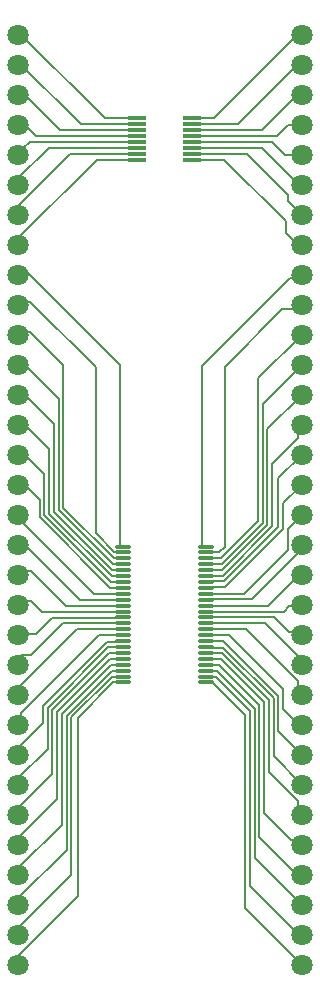
<source format=gtl>
G04*
G04 #@! TF.GenerationSoftware,Altium Limited,Altium Designer,23.11.1 (41)*
G04*
G04 Layer_Physical_Order=1*
G04 Layer_Color=255*
%FSLAX44Y44*%
%MOMM*%
G71*
G04*
G04 #@! TF.SameCoordinates,11E07B4A-1F4E-4BC8-8AC4-A4D7A99C9414*
G04*
G04*
G04 #@! TF.FilePolarity,Positive*
G04*
G01*
G75*
%ADD12C,0.2000*%
%ADD13R,1.5500X0.3500*%
G04:AMPARAMS|DCode=14|XSize=0.3mm|YSize=1.37mm|CornerRadius=0.075mm|HoleSize=0mm|Usage=FLASHONLY|Rotation=90.000|XOffset=0mm|YOffset=0mm|HoleType=Round|Shape=RoundedRectangle|*
%AMROUNDEDRECTD14*
21,1,0.3000,1.2200,0,0,90.0*
21,1,0.1500,1.3700,0,0,90.0*
1,1,0.1500,0.6100,0.0750*
1,1,0.1500,0.6100,-0.0750*
1,1,0.1500,-0.6100,-0.0750*
1,1,0.1500,-0.6100,0.0750*
%
%ADD14ROUNDEDRECTD14*%
%ADD18C,1.8000*%
G36*
X161846Y226623D02*
X161857Y226612D01*
X161902Y226590D01*
X161935Y226556D01*
X161924Y226501D01*
X161769Y226523D01*
X161736Y226556D01*
X161758Y226623D01*
X161835Y226634D01*
X161846Y226623D01*
D02*
G37*
G36*
X145889Y226612D02*
X145900Y226556D01*
X145867Y226523D01*
X145823Y226501D01*
X145801D01*
X145701Y226512D01*
X145723Y226579D01*
X145757Y226612D01*
X145845Y226634D01*
X145889Y226612D01*
D02*
G37*
G36*
X163284Y121349D02*
X163262Y120951D01*
X163207Y120873D01*
X163173Y120884D01*
X163195Y121305D01*
X163240Y121371D01*
X163251Y121382D01*
X163284Y121349D01*
D02*
G37*
G36*
X164589Y106155D02*
X164567Y105712D01*
X164478Y105558D01*
X164445Y105547D01*
X164434Y105558D01*
X164423Y105569D01*
X164412Y105956D01*
X164500Y106111D01*
X164556Y106166D01*
X164589Y106155D01*
D02*
G37*
G36*
X143268Y105646D02*
X143313Y105535D01*
X143335Y105447D01*
X143313Y105160D01*
X143302Y105148D01*
X143280D01*
X143235Y105171D01*
X143180Y105314D01*
X143202Y105668D01*
X143235Y105679D01*
X143268Y105646D01*
D02*
G37*
G36*
X164345Y105226D02*
X164368Y105137D01*
X164345Y104960D01*
X164334Y104949D01*
X164323Y104938D01*
X164301Y104872D01*
X164268Y104861D01*
X164235Y104983D01*
X164257Y105226D01*
X164312Y105259D01*
X164345Y105226D01*
D02*
G37*
G36*
X143512Y104651D02*
X143534Y104562D01*
X143490Y104385D01*
X143479Y104374D01*
X143446Y104408D01*
X143423Y104496D01*
X143446Y104717D01*
Y104739D01*
X143479Y104750D01*
X143512Y104651D01*
D02*
G37*
G36*
X164102Y104319D02*
X164080Y104120D01*
X164069Y104109D01*
X164036Y104209D01*
Y104275D01*
X164047Y104286D01*
X164069Y104330D01*
X164102Y104319D01*
D02*
G37*
D12*
X254433Y675404D02*
G03*
X254514Y675126I11567J3196D01*
G01*
X264930Y633200D02*
X266000D01*
X252730Y642620D02*
X266000Y629350D01*
Y627800D02*
Y629350D01*
X252730Y642620D02*
Y652780D01*
X200380Y705130D02*
X252730Y652780D01*
X173250Y705130D02*
X200380D01*
X262938Y635191D02*
X264930Y633200D01*
X254514Y670046D02*
Y675126D01*
X219708Y710130D02*
X254433Y675404D01*
X173250Y710130D02*
X219708D01*
X262195Y661335D02*
X266000Y657530D01*
Y653200D02*
Y657530D01*
X262195Y661335D02*
Y662365D01*
X254514Y670046D02*
X262195Y662365D01*
X26000Y232200D02*
X26754D01*
X28745Y234191D01*
Y237025D01*
X94220Y302500D01*
X115000D01*
X26000Y29000D02*
Y31080D01*
X76200Y81280D01*
Y232410D02*
X106290Y262500D01*
X76200Y81280D02*
Y232410D01*
X262360Y811000D02*
X266000D01*
X173250Y740130D02*
X191490D01*
X262360Y811000D01*
Y785600D02*
X266000D01*
X173250Y735130D02*
X211890D01*
X262360Y785600D01*
X78940Y735130D02*
X126750D01*
X26000Y788070D02*
X78940Y735130D01*
X26000Y788070D02*
Y791000D01*
X99340Y740130D02*
X126750D01*
X26000Y813470D02*
X99340Y740130D01*
X26000Y813470D02*
Y816400D01*
X36291Y584739D02*
X91440Y529590D01*
Y388907D02*
X107347Y373000D01*
X91440Y388907D02*
Y529590D01*
X29062Y584739D02*
X36291D01*
X52204Y405515D02*
X105219Y352500D01*
X56204Y407172D02*
X105376Y358000D01*
X60204Y408829D02*
X106033Y363000D01*
X26000Y562400D02*
X28870Y559530D01*
X26000Y460800D02*
X48204Y438596D01*
X28870Y559530D02*
X36100D01*
X48204Y403858D02*
Y438596D01*
X52204Y405515D02*
Y459996D01*
X64204Y410486D02*
X106690Y368000D01*
X26000Y537000D02*
X60204Y502796D01*
X44204Y402202D02*
Y417196D01*
X26000Y435400D02*
X44204Y417196D01*
X56204Y407172D02*
Y481396D01*
X36100Y559530D02*
X64204Y531426D01*
X48204Y403858D02*
X104563Y347500D01*
X26000Y511600D02*
X56204Y481396D01*
X60204Y408829D02*
Y502796D01*
X64204Y410486D02*
Y531426D01*
X44204Y402202D02*
X103906Y342500D01*
X26000Y486200D02*
X52204Y459996D01*
X200660Y376841D02*
Y529558D01*
X249472Y578370D01*
X196319Y372500D02*
X200660Y376841D01*
X249472Y578370D02*
X257640D01*
X181610Y530797D02*
X255821Y605008D01*
X181672Y378000D02*
Y380828D01*
X181610Y380890D02*
X181672Y380828D01*
X181610Y380890D02*
Y530797D01*
X182172Y377500D02*
X185000D01*
X181672Y378000D02*
X182172Y377500D01*
X263208Y605008D02*
X266000Y607800D01*
X255821Y605008D02*
X263208D01*
X111760Y378000D02*
Y531323D01*
X29883Y613200D02*
X111760Y531323D01*
X26000Y613200D02*
X29883D01*
X111760Y378000D02*
X112260Y377500D01*
X115000D01*
X185000Y372500D02*
X196319D01*
X185500Y363000D02*
X198133D01*
X232980Y397847D02*
Y498580D01*
X198133Y363000D02*
X232980Y397847D01*
X198790Y358000D02*
X236980Y396190D01*
X185500Y353000D02*
X199446D01*
X185500Y368000D02*
X197476D01*
X185500Y343000D02*
X200760D01*
X240980Y394534D02*
Y447351D01*
X250000Y392240D02*
Y414000D01*
X246000Y393897D02*
Y435400D01*
X200760Y343000D02*
X250000Y392240D01*
X185500Y348000D02*
X200103D01*
X197476Y368000D02*
X228980Y399504D01*
Y519980D01*
X236980Y396190D02*
Y477180D01*
X200103Y348000D02*
X246000Y393897D01*
X199446Y353000D02*
X240980Y394534D01*
X185500Y358000D02*
X198790D01*
X257640Y578370D02*
X261670Y582400D01*
X266000D01*
X26000Y587800D02*
X29062Y584739D01*
X26000Y666080D02*
X70050Y710130D01*
X26000Y664000D02*
Y666080D01*
X70050Y710130D02*
X126750D01*
X26000Y638600D02*
X92530Y705130D01*
X126750D01*
X173250Y715130D02*
X232290D01*
X263420Y684000D02*
X266000D01*
X232290Y715130D02*
X263420Y684000D01*
X173250Y720130D02*
X240976D01*
X251706Y709400D01*
X266000D01*
X173250Y725130D02*
X245070D01*
X254740Y734800D02*
X266000D01*
X245070Y725130D02*
X254740Y734800D01*
X232290Y730130D02*
X262360Y760200D01*
X173250Y730130D02*
X232290D01*
X262360Y760200D02*
X266000D01*
X51730Y715130D02*
X126750D01*
X26000Y689400D02*
X51730Y715130D01*
X30330Y714800D02*
X35660Y720130D01*
X126750D01*
X26000Y714800D02*
X30330D01*
X26000Y740200D02*
X41070Y725130D01*
X126750D01*
X61470Y730130D02*
X126750D01*
X26000Y765600D02*
X61470Y730130D01*
X185000Y302500D02*
X204230D01*
X250190Y256540D01*
X199531Y297500D02*
X246190Y250840D01*
X185000Y297500D02*
X199531D01*
X185500Y292000D02*
X199374D01*
X242190Y249184D01*
X218190Y71410D02*
Y234660D01*
X190350Y262500D02*
X218190Y234660D01*
X246190Y221210D02*
Y250840D01*
X194090Y272000D02*
X226190Y239900D01*
X234190Y151890D02*
X256955Y129125D01*
X222190Y90230D02*
X263420Y49000D01*
X230190Y131760D02*
X262150Y99800D01*
X226190Y114210D02*
X266000Y74400D01*
X238190Y186839D02*
X262938Y162091D01*
X198217Y287500D02*
X238190Y247527D01*
X196210Y277500D02*
X230190Y243520D01*
X242190Y199810D02*
X266000Y176000D01*
X197560Y282500D02*
X234190Y245870D01*
X250190Y240030D02*
X263420Y226800D01*
X234190Y151890D02*
Y245870D01*
X246190Y221210D02*
X266000Y201400D01*
X238190Y186839D02*
Y247527D01*
X226190Y114210D02*
Y239900D01*
X250190Y240030D02*
Y256540D01*
X193433Y267000D02*
X222190Y238243D01*
X230190Y131760D02*
Y243520D01*
X242190Y199810D02*
Y249184D01*
X222190Y90230D02*
Y238243D01*
X218190Y71410D02*
X266000Y23600D01*
X262150Y99800D02*
X266000D01*
X261670Y125200D02*
X266000D01*
X256955Y129125D02*
X257745D01*
X261670Y125200D01*
X185000Y262500D02*
X190350D01*
X185000Y292500D02*
X185500Y292000D01*
X66200Y327500D02*
X115000D01*
X36735Y356965D02*
X66200Y327500D01*
X26000Y359200D02*
X28235Y356965D01*
X36735D01*
X63580Y312500D02*
X115000D01*
X26000Y283000D02*
X28445Y285445D01*
X36525D01*
X63580Y312500D01*
X45800Y322500D02*
X115000D01*
X28330Y331470D02*
X36830D01*
X26000Y333800D02*
X28330Y331470D01*
X36830D02*
X45800Y322500D01*
X114500Y317000D02*
X115000Y317500D01*
X108004Y317000D02*
X114500D01*
X108004Y317000D02*
X108004Y317000D01*
X54343Y317000D02*
X108004D01*
X40873Y303530D02*
X54343Y317000D01*
X35172Y303530D02*
X40873D01*
X30302Y308400D02*
X35172Y303530D01*
X26000Y308400D02*
X30302D01*
X28480Y399510D02*
X90490Y337500D01*
X115000D01*
X26000Y410000D02*
X28480Y407520D01*
Y399510D02*
Y407520D01*
X185000Y337500D02*
X216850D01*
X254000Y374650D02*
Y392600D01*
X216850Y337500D02*
X254000Y374650D01*
X266000Y375220D02*
Y379200D01*
X191996Y333000D02*
X223780D01*
X266000Y375220D01*
X237330Y327500D02*
X263630Y353800D01*
X185000Y327500D02*
X237330D01*
X263630Y353800D02*
X266000D01*
X264102Y304898D02*
X266000Y303000D01*
X242570Y317500D02*
X255172Y304898D01*
X185000Y317500D02*
X242570D01*
X255172Y304898D02*
X264102D01*
X234992Y312500D02*
X266000Y281492D01*
X234992Y312500D02*
Y312500D01*
Y312500D02*
X234992Y312500D01*
X266000Y277600D02*
Y281492D01*
X234992Y312500D02*
X234992D01*
X234992Y312500D02*
X234992Y312500D01*
X185000Y312500D02*
X190850D01*
X234992Y312500D01*
X263420Y226800D02*
X266000D01*
X185000Y307500D02*
X219130D01*
X262938Y263691D01*
Y255261D02*
Y263691D01*
Y255261D02*
X266000Y252200D01*
X185000Y322500D02*
X250865D01*
X264407Y326807D02*
X266000Y328400D01*
X255172Y326807D02*
X264407D01*
X250865Y322500D02*
X255172Y326807D01*
X262938Y153661D02*
X266000Y150600D01*
X185000Y287500D02*
X198217D01*
X185000Y282500D02*
X197560D01*
X185500Y272000D02*
X194090D01*
X262938Y153661D02*
Y162091D01*
X185000Y277500D02*
X196210D01*
X185500Y267000D02*
X193433D01*
X240980Y447351D02*
X262938Y469309D01*
X236980Y477180D02*
X266000Y506200D01*
X232980Y498580D02*
X266000Y531600D01*
X228980Y519980D02*
X266000Y557000D01*
X246000Y435400D02*
X266000Y455400D01*
X254000Y392600D02*
X266000Y404600D01*
X250000Y414000D02*
X266000Y430000D01*
X191996Y333000D02*
X191996Y333000D01*
X185000Y332500D02*
X185500Y333000D01*
X191996D01*
X185000Y347500D02*
X185500Y348000D01*
X185000Y342500D02*
X185500Y343000D01*
X185000Y352500D02*
X185500Y353000D01*
X262938Y469309D02*
Y477738D01*
X266000Y480800D01*
X185000Y362500D02*
X185500Y363000D01*
X185000Y367500D02*
X185500Y368000D01*
X185000Y357500D02*
X185500Y358000D01*
X185000Y267500D02*
X185500Y267000D01*
X263420Y49000D02*
X266000D01*
X185000Y272500D02*
X185500Y272000D01*
X54930Y184930D02*
Y239424D01*
X104319Y277500D02*
X115000D01*
X50930Y206330D02*
Y241081D01*
X102349Y292500D02*
X115000D01*
X62930Y236110D02*
X104319Y277500D01*
X50930Y241081D02*
X102349Y292500D01*
X102936Y287431D02*
X114931D01*
X46930Y227730D02*
Y242738D01*
X54930Y239424D02*
X102936Y287431D01*
X66930Y234454D02*
X104976Y272500D01*
X46930Y242738D02*
X101192Y297000D01*
X58930Y237767D02*
X103663Y282500D01*
X104976Y272500D02*
X115000D01*
X103663Y282500D02*
X115000D01*
X101192Y297000D02*
X108004D01*
X58930Y163530D02*
Y237767D01*
X62930Y142130D02*
Y236110D01*
X114500Y297000D02*
X115000Y297500D01*
X108004Y297000D02*
X108004Y297000D01*
X114500D01*
X105150Y267017D02*
X114517D01*
X66930Y120730D02*
Y234454D01*
X26000Y156000D02*
X54930Y184930D01*
X26000Y206800D02*
X46930Y227730D01*
X70930Y99330D02*
Y232797D01*
X26000Y181400D02*
X50930Y206330D01*
X26000Y130600D02*
X58930Y163530D01*
X70930Y232797D02*
X105150Y267017D01*
X106290Y262500D02*
X115000D01*
X26000Y54400D02*
X70930Y99330D01*
X114517Y267017D02*
X115000Y267500D01*
X26000Y79800D02*
X66930Y120730D01*
X26000Y105200D02*
X62930Y142130D01*
X75900Y307500D02*
X115000D01*
X26000Y257600D02*
X75900Y307500D01*
X114931Y287431D02*
X115000Y287500D01*
X26000Y384600D02*
X78100Y332500D01*
X115000D01*
X103906Y342500D02*
X115000D01*
X104563Y347500D02*
X115000D01*
X105219Y352500D02*
X115000D01*
X105376Y358000D02*
X114500D01*
X115000Y357500D01*
X106033Y363000D02*
X114500D01*
X115000Y362500D01*
X106690Y368000D02*
X114500D01*
X115000Y367500D01*
X107347Y373000D02*
X114500D01*
X115000Y372500D01*
D13*
X126750Y740130D02*
D03*
Y735130D02*
D03*
Y730130D02*
D03*
Y725130D02*
D03*
Y720130D02*
D03*
Y715130D02*
D03*
Y710130D02*
D03*
Y705130D02*
D03*
X173250Y740130D02*
D03*
Y735130D02*
D03*
Y730130D02*
D03*
Y725130D02*
D03*
Y720130D02*
D03*
Y715130D02*
D03*
Y710130D02*
D03*
Y705130D02*
D03*
D14*
X115000Y377500D02*
D03*
Y372500D02*
D03*
Y367500D02*
D03*
Y362500D02*
D03*
Y357500D02*
D03*
Y352500D02*
D03*
Y347500D02*
D03*
Y342500D02*
D03*
Y337500D02*
D03*
Y332500D02*
D03*
Y327500D02*
D03*
Y322500D02*
D03*
Y317500D02*
D03*
Y312500D02*
D03*
Y307500D02*
D03*
Y302500D02*
D03*
Y297500D02*
D03*
Y292500D02*
D03*
Y287500D02*
D03*
Y282500D02*
D03*
Y277500D02*
D03*
Y272500D02*
D03*
Y267500D02*
D03*
Y262500D02*
D03*
X185000Y377500D02*
D03*
Y372500D02*
D03*
Y367500D02*
D03*
Y362500D02*
D03*
Y357500D02*
D03*
Y352500D02*
D03*
Y347500D02*
D03*
Y342500D02*
D03*
Y337500D02*
D03*
Y332500D02*
D03*
Y327500D02*
D03*
Y322500D02*
D03*
Y317500D02*
D03*
Y312500D02*
D03*
Y307500D02*
D03*
Y302500D02*
D03*
Y297500D02*
D03*
Y292500D02*
D03*
Y287500D02*
D03*
Y282500D02*
D03*
Y277500D02*
D03*
Y272500D02*
D03*
Y267500D02*
D03*
Y262500D02*
D03*
D18*
X266000Y785600D02*
D03*
Y633200D02*
D03*
Y658600D02*
D03*
Y811000D02*
D03*
Y709400D02*
D03*
Y734800D02*
D03*
Y760200D02*
D03*
Y684000D02*
D03*
X26000Y455400D02*
D03*
Y379200D02*
D03*
Y404600D02*
D03*
Y430000D02*
D03*
Y328400D02*
D03*
Y480800D02*
D03*
Y506200D02*
D03*
Y531600D02*
D03*
Y557000D02*
D03*
Y582400D02*
D03*
Y607800D02*
D03*
Y353800D02*
D03*
Y150600D02*
D03*
Y74400D02*
D03*
Y99800D02*
D03*
Y125200D02*
D03*
Y23600D02*
D03*
Y176000D02*
D03*
Y201400D02*
D03*
Y226800D02*
D03*
Y252200D02*
D03*
Y277600D02*
D03*
Y303000D02*
D03*
Y49000D02*
D03*
Y760200D02*
D03*
Y684000D02*
D03*
Y709400D02*
D03*
Y734800D02*
D03*
Y633200D02*
D03*
Y785600D02*
D03*
Y811000D02*
D03*
Y658600D02*
D03*
X266000Y582400D02*
D03*
Y328400D02*
D03*
Y353800D02*
D03*
Y379200D02*
D03*
Y404600D02*
D03*
Y430000D02*
D03*
Y455400D02*
D03*
Y607800D02*
D03*
Y506200D02*
D03*
Y531600D02*
D03*
Y557000D02*
D03*
Y480800D02*
D03*
Y277600D02*
D03*
Y23600D02*
D03*
Y49000D02*
D03*
Y74400D02*
D03*
Y99800D02*
D03*
Y125200D02*
D03*
Y150600D02*
D03*
Y303000D02*
D03*
Y201400D02*
D03*
Y226800D02*
D03*
Y252200D02*
D03*
Y176000D02*
D03*
M02*

</source>
